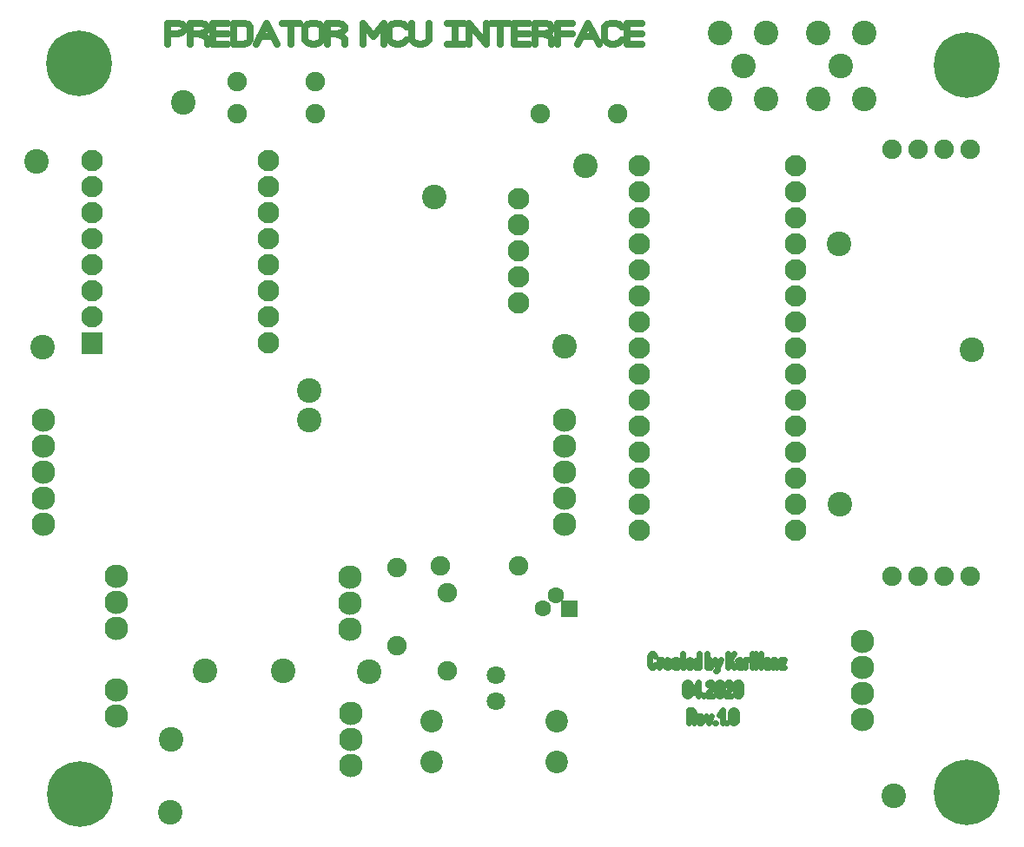
<source format=gbr>
%FSLAX34Y34*%
%MOMM*%
%LNSOLDERMASK_TOP*%
G71*
G01*
%ADD10C, 2.100*%
%ADD11C, 2.100*%
%ADD12C, 1.900*%
%ADD13C, 2.200*%
%ADD14C, 2.300*%
%ADD15C, 2.400*%
%ADD16C, 1.800*%
%ADD17C, 2.300*%
%ADD18C, 0.656*%
%ADD19C, 0.567*%
%ADD20C, 1.600*%
%ADD21C, 2.400*%
%ADD22C, 1.900*%
%ADD23C, 6.400*%
%ADD24C, 6.400*%
%ADD25C, 2.400*%
%LPD*%
X252412Y678200D02*
G54D10*
D03*
X252412Y652800D02*
G54D10*
D03*
X252412Y627400D02*
G54D10*
D03*
X252412Y602000D02*
G54D10*
D03*
X252412Y576600D02*
G54D10*
D03*
X252412Y551200D02*
G54D10*
D03*
X252412Y525800D02*
G54D10*
D03*
X252412Y500400D02*
G54D10*
D03*
X80962Y678200D02*
G54D11*
D03*
X80962Y678200D02*
G54D10*
D03*
X80962Y652800D02*
G54D10*
D03*
X80962Y627400D02*
G54D10*
D03*
X80962Y602000D02*
G54D10*
D03*
X80962Y576600D02*
G54D10*
D03*
X80962Y551200D02*
G54D10*
D03*
X80962Y525800D02*
G54D10*
D03*
G36*
X91462Y510900D02*
X91462Y489900D01*
X70462Y489900D01*
X70462Y510900D01*
X91462Y510900D01*
G37*
X614362Y317837D02*
G54D10*
D03*
X614362Y343237D02*
G54D10*
D03*
X614362Y368637D02*
G54D10*
D03*
X614362Y394037D02*
G54D10*
D03*
X614362Y419437D02*
G54D10*
D03*
X614362Y444837D02*
G54D10*
D03*
X614362Y470237D02*
G54D10*
D03*
X614362Y495637D02*
G54D10*
D03*
X614362Y521037D02*
G54D10*
D03*
X614362Y546437D02*
G54D10*
D03*
X614362Y571837D02*
G54D10*
D03*
X614362Y597237D02*
G54D10*
D03*
X614362Y622637D02*
G54D10*
D03*
X614362Y648037D02*
G54D10*
D03*
X614362Y673437D02*
G54D10*
D03*
X766762Y317837D02*
G54D11*
D03*
X766762Y317837D02*
G54D10*
D03*
X766762Y343237D02*
G54D10*
D03*
X766762Y368637D02*
G54D10*
D03*
X766762Y394037D02*
G54D10*
D03*
X766762Y419437D02*
G54D10*
D03*
X766762Y444837D02*
G54D10*
D03*
X766762Y470237D02*
G54D10*
D03*
X766762Y495637D02*
G54D10*
D03*
X766762Y521037D02*
G54D10*
D03*
X766762Y546437D02*
G54D10*
D03*
X766762Y571837D02*
G54D10*
D03*
X766762Y597237D02*
G54D10*
D03*
X766762Y622637D02*
G54D10*
D03*
X766762Y648037D02*
G54D10*
D03*
X766762Y673437D02*
G54D10*
D03*
X860424Y688975D02*
G54D12*
D03*
X885824Y688975D02*
G54D12*
D03*
X911224Y688975D02*
G54D12*
D03*
X936624Y688975D02*
G54D12*
D03*
X496887Y539750D02*
G54D10*
D03*
X496887Y565150D02*
G54D10*
D03*
X496887Y590550D02*
G54D10*
D03*
X496887Y615950D02*
G54D10*
D03*
X496887Y641351D02*
G54D10*
D03*
X412261Y91458D02*
G54D13*
D03*
X412261Y131458D02*
G54D13*
D03*
X332654Y221507D02*
G54D14*
D03*
X332654Y246907D02*
G54D14*
D03*
X332654Y272307D02*
G54D14*
D03*
X267443Y180908D02*
G54D15*
D03*
X191243Y180908D02*
G54D15*
D03*
X332942Y88499D02*
G54D14*
D03*
X332942Y113899D02*
G54D14*
D03*
X332942Y139299D02*
G54D14*
D03*
X474663Y176212D02*
G54D16*
D03*
X474662Y150812D02*
G54D16*
D03*
X860424Y273050D02*
G54D12*
D03*
X885824Y273050D02*
G54D12*
D03*
X911224Y273050D02*
G54D12*
D03*
X936624Y273050D02*
G54D12*
D03*
X831850Y209550D02*
G54D17*
D03*
X831850Y184150D02*
G54D17*
D03*
X831850Y158750D02*
G54D17*
D03*
X831850Y133350D02*
G54D17*
D03*
X534237Y131583D02*
G54D13*
D03*
X534237Y91583D02*
G54D13*
D03*
X158342Y113899D02*
G54D15*
D03*
X561975Y673100D02*
G54D15*
D03*
X809625Y342900D02*
G54D15*
D03*
X169862Y735013D02*
G54D15*
D03*
X104775Y222250D02*
G54D14*
D03*
X104775Y247650D02*
G54D14*
D03*
X104775Y273050D02*
G54D14*
D03*
X541338Y496888D02*
G54D15*
D03*
G54D18*
X154809Y791942D02*
X154809Y812386D01*
X165031Y812386D01*
X169120Y811109D01*
X171165Y808553D01*
X171165Y805997D01*
X169120Y803442D01*
X165031Y802164D01*
X154809Y802164D01*
G54D18*
X184965Y802164D02*
X191098Y799609D01*
X193143Y797053D01*
X193143Y791942D01*
G54D18*
X176787Y791942D02*
X176787Y812386D01*
X187009Y812386D01*
X191098Y811109D01*
X193143Y808553D01*
X193143Y805997D01*
X191098Y803442D01*
X187009Y802164D01*
X176787Y802164D01*
G54D18*
X213076Y791942D02*
X198765Y791942D01*
X198765Y812386D01*
X213076Y812386D01*
G54D18*
X198765Y802164D02*
X213076Y802164D01*
G54D18*
X218698Y791942D02*
X218698Y812386D01*
X228920Y812386D01*
X233009Y811109D01*
X235054Y808553D01*
X235054Y795775D01*
X233009Y793220D01*
X228920Y791942D01*
X218698Y791942D01*
G54D18*
X240676Y791942D02*
X250898Y812386D01*
X261121Y791942D01*
G54D18*
X244765Y799609D02*
X257032Y799609D01*
G54D18*
X274920Y791942D02*
X274920Y812386D01*
G54D18*
X266742Y812386D02*
X283098Y812386D01*
G54D18*
X305076Y808553D02*
X305076Y795775D01*
X303031Y793220D01*
X298942Y791942D01*
X294853Y791942D01*
X290765Y793220D01*
X288720Y795775D01*
X288720Y808553D01*
X290765Y811109D01*
X294853Y812386D01*
X298942Y812386D01*
X303031Y811109D01*
X305076Y808553D01*
G54D18*
X318876Y802164D02*
X325009Y799609D01*
X327054Y797053D01*
X327054Y791942D01*
G54D18*
X310698Y791942D02*
X310698Y812386D01*
X320920Y812386D01*
X325009Y811109D01*
X327054Y808553D01*
X327054Y805997D01*
X325009Y803442D01*
X320920Y802164D01*
X310698Y802164D01*
G54D18*
X344738Y791942D02*
X344738Y812386D01*
X354960Y799609D01*
X365183Y812386D01*
X365183Y791942D01*
G54D18*
X387160Y795775D02*
X385115Y793220D01*
X381026Y791942D01*
X376937Y791942D01*
X372849Y793220D01*
X370804Y795775D01*
X370804Y808553D01*
X372849Y811109D01*
X376937Y812386D01*
X381026Y812386D01*
X385115Y811109D01*
X387160Y808553D01*
G54D18*
X392782Y812386D02*
X392782Y795775D01*
X394827Y793220D01*
X398915Y791942D01*
X403004Y791942D01*
X407093Y793220D01*
X409138Y795775D01*
X409138Y812386D01*
G54D18*
X426822Y791942D02*
X443178Y791942D01*
G54D18*
X435000Y791942D02*
X435000Y812386D01*
G54D18*
X426822Y812386D02*
X443178Y812386D01*
G54D18*
X448800Y791942D02*
X448800Y812386D01*
X465156Y791942D01*
X465156Y812386D01*
G54D18*
X478956Y791942D02*
X478956Y812386D01*
G54D18*
X470778Y812386D02*
X487134Y812386D01*
G54D18*
X507067Y791942D02*
X492756Y791942D01*
X492756Y812386D01*
X507067Y812386D01*
G54D18*
X492756Y802164D02*
X507067Y802164D01*
G54D18*
X520867Y802164D02*
X527000Y799609D01*
X529045Y797053D01*
X529045Y791942D01*
G54D18*
X512689Y791942D02*
X512689Y812386D01*
X522911Y812386D01*
X527000Y811109D01*
X529045Y808553D01*
X529045Y805997D01*
X527000Y803442D01*
X522911Y802164D01*
X512689Y802164D01*
G54D18*
X534667Y791942D02*
X534667Y812386D01*
X548978Y812386D01*
G54D18*
X534667Y802164D02*
X548978Y802164D01*
G54D18*
X554600Y791942D02*
X564822Y812386D01*
X575045Y791942D01*
G54D18*
X558689Y799609D02*
X570956Y799609D01*
G54D18*
X597022Y795775D02*
X594977Y793220D01*
X590888Y791942D01*
X586800Y791942D01*
X582711Y793220D01*
X580666Y795775D01*
X580666Y808553D01*
X582711Y811109D01*
X586800Y812386D01*
X590888Y812386D01*
X594977Y811109D01*
X597022Y808553D01*
G54D18*
X616955Y791942D02*
X602644Y791942D01*
X602644Y812386D01*
X616955Y812386D01*
G54D18*
X602644Y802164D02*
X616955Y802164D01*
G54D19*
X629765Y186302D02*
X629098Y184635D01*
X627765Y183802D01*
X626431Y183802D01*
X625098Y184635D01*
X624431Y186302D01*
X624431Y194635D01*
X625098Y196302D01*
X626431Y197135D01*
X627765Y197135D01*
X629098Y196302D01*
X629765Y194635D01*
G54D19*
X633431Y183802D02*
X633431Y191302D01*
G54D19*
X633431Y189635D02*
X634765Y191302D01*
X636098Y191302D01*
G54D19*
X643765Y184635D02*
X642699Y183802D01*
X641365Y183802D01*
X640032Y184635D01*
X639765Y186302D01*
X639765Y189135D01*
X640432Y190802D01*
X641765Y191302D01*
X643099Y190802D01*
X643765Y189635D01*
X643765Y187968D01*
X639765Y187968D01*
G54D19*
X647432Y190468D02*
X648766Y191302D01*
X650366Y191302D01*
X651432Y189635D01*
X651432Y183802D01*
G54D19*
X651432Y186302D02*
X650766Y187968D01*
X649432Y188302D01*
X648099Y187968D01*
X647432Y186302D01*
X647699Y184635D01*
X648766Y183802D01*
X649432Y183802D01*
X649699Y183802D01*
X650766Y184635D01*
X651432Y186302D01*
G54D19*
X656433Y197135D02*
X656433Y184635D01*
X657099Y183802D01*
X657766Y184135D01*
G54D19*
X655099Y191302D02*
X657766Y191302D01*
G54D19*
X665433Y184635D02*
X664367Y183802D01*
X663033Y183802D01*
X661700Y184635D01*
X661433Y186302D01*
X661433Y189135D01*
X662100Y190802D01*
X663433Y191302D01*
X664767Y190802D01*
X665433Y189635D01*
X665433Y187968D01*
X661433Y187968D01*
G54D19*
X673100Y183802D02*
X673100Y197135D01*
G54D19*
X673100Y189135D02*
X672434Y190802D01*
X671100Y191302D01*
X669767Y190802D01*
X669100Y189135D01*
X669100Y185802D01*
X669767Y184135D01*
X671100Y183802D01*
X672434Y184135D01*
X673100Y185802D01*
G54D19*
X680567Y183802D02*
X680567Y197135D01*
G54D19*
X680567Y189135D02*
X681234Y190802D01*
X682567Y191302D01*
X683901Y190802D01*
X684567Y189135D01*
X684567Y185802D01*
X683901Y184135D01*
X682567Y183802D01*
X681234Y184135D01*
X680567Y185802D01*
G54D19*
X688234Y191302D02*
X690901Y183802D01*
X693568Y191302D01*
G54D19*
X690901Y183802D02*
X690234Y181302D01*
X689568Y180468D01*
X688901Y180468D01*
G54D19*
X701034Y183802D02*
X701034Y197135D01*
G54D19*
X701034Y187968D02*
X706368Y197135D01*
G54D19*
X703034Y190468D02*
X706368Y183802D01*
G54D19*
X710034Y190468D02*
X711368Y191302D01*
X712968Y191302D01*
X714034Y189635D01*
X714034Y183802D01*
G54D19*
X714034Y186302D02*
X713368Y187968D01*
X712034Y188302D01*
X710701Y187968D01*
X710034Y186302D01*
X710301Y184635D01*
X711368Y183802D01*
X712034Y183802D01*
X712301Y183802D01*
X713368Y184635D01*
X714034Y186302D01*
G54D19*
X717701Y183802D02*
X717701Y191302D01*
G54D19*
X717701Y189635D02*
X719035Y191302D01*
X720368Y191302D01*
G54D19*
X724035Y183802D02*
X724035Y197135D01*
G54D19*
X727702Y183802D02*
X727702Y197135D01*
G54D19*
X733036Y183802D02*
X733036Y197135D01*
G54D19*
X727702Y190468D02*
X733036Y190468D01*
G54D19*
X736702Y190468D02*
X738036Y191302D01*
X739636Y191302D01*
X740702Y189635D01*
X740702Y183802D01*
G54D19*
X740702Y186302D02*
X740036Y187968D01*
X738702Y188302D01*
X737369Y187968D01*
X736702Y186302D01*
X736969Y184635D01*
X738036Y183802D01*
X738702Y183802D01*
X738969Y183802D01*
X740036Y184635D01*
X740702Y186302D01*
G54D19*
X744369Y183802D02*
X744369Y191302D01*
G54D19*
X744369Y189635D02*
X745036Y190802D01*
X746369Y191302D01*
X747703Y190802D01*
X748369Y189635D01*
X748369Y183802D01*
G54D19*
X752036Y191302D02*
X756036Y191302D01*
X752036Y183802D01*
X756036Y183802D01*
G54D19*
X664101Y167117D02*
X664101Y158784D01*
X663434Y157117D01*
X662101Y156284D01*
X660767Y156284D01*
X659434Y157117D01*
X658767Y158784D01*
X658767Y167117D01*
X659434Y168784D01*
X660767Y169617D01*
X662101Y169617D01*
X663434Y168784D01*
X664101Y167117D01*
G54D19*
X671767Y156284D02*
X671767Y169617D01*
X667767Y161284D01*
X667767Y159617D01*
X673101Y159617D01*
G54D19*
X677301Y156284D02*
X676767Y156284D01*
X676767Y156951D01*
X677301Y156951D01*
X677301Y156284D01*
X676767Y156284D01*
G54D19*
X686301Y156284D02*
X680967Y156284D01*
X680967Y157117D01*
X681634Y158784D01*
X685634Y163784D01*
X686301Y165451D01*
X686301Y167117D01*
X685634Y168784D01*
X684301Y169617D01*
X682967Y169617D01*
X681634Y168784D01*
X680967Y167117D01*
G54D19*
X695301Y167117D02*
X695301Y158784D01*
X694634Y157117D01*
X693301Y156284D01*
X691967Y156284D01*
X690634Y157117D01*
X689967Y158784D01*
X689967Y167117D01*
X690634Y168784D01*
X691967Y169617D01*
X693301Y169617D01*
X694634Y168784D01*
X695301Y167117D01*
G54D19*
X704301Y156284D02*
X698967Y156284D01*
X698967Y157117D01*
X699634Y158784D01*
X703634Y163784D01*
X704301Y165451D01*
X704301Y167117D01*
X703634Y168784D01*
X702301Y169617D01*
X700967Y169617D01*
X699634Y168784D01*
X698967Y167117D01*
G54D19*
X713301Y167117D02*
X713301Y158784D01*
X712634Y157117D01*
X711301Y156284D01*
X709967Y156284D01*
X708634Y157117D01*
X707967Y158784D01*
X707967Y167117D01*
X708634Y168784D01*
X709967Y169617D01*
X711301Y169617D01*
X712634Y168784D01*
X713301Y167117D01*
G54D19*
X665182Y136001D02*
X667182Y134334D01*
X667848Y132667D01*
X667848Y129334D01*
G54D19*
X662515Y129334D02*
X662515Y142667D01*
X665848Y142667D01*
X667182Y141834D01*
X667848Y140167D01*
X667848Y138501D01*
X667182Y136834D01*
X665848Y136001D01*
X662515Y136001D01*
G54D19*
X675515Y130167D02*
X674448Y129334D01*
X673115Y129334D01*
X671782Y130167D01*
X671515Y131834D01*
X671515Y134667D01*
X672182Y136334D01*
X673515Y136834D01*
X674848Y136334D01*
X675515Y135167D01*
X675515Y133501D01*
X671515Y133501D01*
G54D19*
X679182Y136834D02*
X681849Y129334D01*
X684515Y136834D01*
G54D19*
X688715Y129334D02*
X688182Y129334D01*
X688182Y130001D01*
X688715Y130001D01*
X688715Y129334D01*
X688182Y129334D01*
G54D19*
X692382Y137667D02*
X695715Y142667D01*
X695715Y129334D01*
G54D19*
X699915Y129334D02*
X699382Y129334D01*
X699382Y130001D01*
X699915Y130001D01*
X699915Y129334D01*
X699382Y129334D01*
G54D19*
X708915Y140167D02*
X708915Y131834D01*
X708249Y130167D01*
X706915Y129334D01*
X705582Y129334D01*
X704249Y130167D01*
X703582Y131834D01*
X703582Y140167D01*
X704249Y141834D01*
X705582Y142667D01*
X706915Y142667D01*
X708249Y141834D01*
X708915Y140167D01*
X33568Y424960D02*
G54D14*
D03*
X33568Y399560D02*
G54D14*
D03*
X33568Y374160D02*
G54D14*
D03*
X33568Y348760D02*
G54D14*
D03*
X33568Y323360D02*
G54D14*
D03*
X541568Y424960D02*
G54D14*
D03*
X541568Y399560D02*
G54D14*
D03*
X541568Y374160D02*
G54D14*
D03*
X541568Y348760D02*
G54D14*
D03*
X541568Y323360D02*
G54D14*
D03*
X809288Y597237D02*
G54D15*
D03*
X104775Y136525D02*
G54D14*
D03*
X104775Y161925D02*
G54D14*
D03*
X520700Y241300D02*
G54D20*
D03*
X533400Y254000D02*
G54D20*
D03*
G36*
X538100Y249300D02*
X554100Y249300D01*
X554100Y233300D01*
X538100Y233300D01*
X538100Y249300D01*
G37*
X810987Y770638D02*
G54D15*
D03*
X715738Y770638D02*
G54D15*
D03*
X292505Y425652D02*
G54D21*
D03*
X292505Y454227D02*
G54D21*
D03*
X32847Y496397D02*
G54D15*
D03*
X862013Y58738D02*
G54D15*
D03*
X157163Y42863D02*
G54D15*
D03*
X350838Y179388D02*
G54D15*
D03*
X26988Y677863D02*
G54D15*
D03*
X938213Y493713D02*
G54D15*
D03*
X414338Y642938D02*
G54D15*
D03*
X298250Y755650D02*
G54D22*
D03*
X222250Y755650D02*
G54D22*
D03*
X68734Y60358D02*
G54D23*
D03*
X933922Y61946D02*
G54D24*
D03*
X933450Y771524D02*
G54D24*
D03*
X68262Y773112D02*
G54D23*
D03*
X738238Y738138D02*
G54D25*
D03*
X738238Y803138D02*
G54D25*
D03*
X693238Y803138D02*
G54D25*
D03*
X693238Y738138D02*
G54D25*
D03*
X833488Y738138D02*
G54D25*
D03*
X833488Y803138D02*
G54D25*
D03*
X788488Y803138D02*
G54D25*
D03*
X788488Y738138D02*
G54D25*
D03*
X298250Y723900D02*
G54D22*
D03*
X222250Y723900D02*
G54D22*
D03*
X593525Y723900D02*
G54D22*
D03*
X517525Y723900D02*
G54D22*
D03*
X378371Y205084D02*
G54D22*
D03*
X378371Y281084D02*
G54D22*
D03*
X427000Y180386D02*
G54D22*
D03*
X427000Y256386D02*
G54D22*
D03*
X496888Y282575D02*
G54D22*
D03*
X420888Y282575D02*
G54D22*
D03*
M02*

</source>
